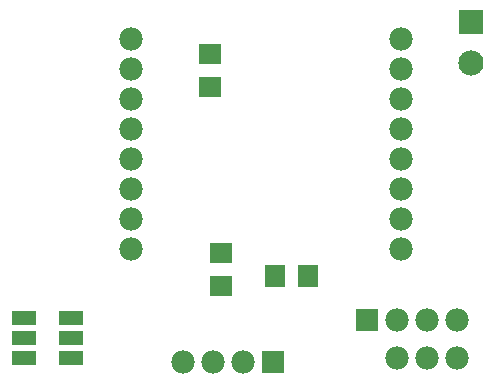
<source format=gbr>
G04 EAGLE Gerber X2 export*
%TF.Part,Single*%
%TF.FileFunction,Soldermask,Bot,1*%
%TF.FilePolarity,Negative*%
%TF.GenerationSoftware,Autodesk,EAGLE,8.6.0*%
%TF.CreationDate,2018-11-20T04:50:41Z*%
G75*
%MOMM*%
%FSLAX34Y34*%
%LPD*%
%AMOC8*
5,1,8,0,0,1.08239X$1,22.5*%
G01*
%ADD10R,1.981200X1.981200*%
%ADD11C,1.981200*%
%ADD12R,1.901600X1.701600*%
%ADD13R,1.701600X1.901600*%
%ADD14R,2.101600X1.201600*%
%ADD15R,2.133600X2.133600*%
%ADD16C,2.133600*%


D10*
X324358Y52832D03*
D11*
X349758Y52832D03*
X375158Y52832D03*
X400558Y52832D03*
D12*
X200711Y81758D03*
X200711Y109758D03*
D13*
X274909Y90373D03*
X246909Y90373D03*
D10*
X244856Y17018D03*
D11*
X219456Y17018D03*
X194056Y17018D03*
X168656Y17018D03*
D12*
X192024Y277906D03*
X192024Y249906D03*
D11*
X124714Y113030D03*
X124714Y138430D03*
X124714Y163830D03*
X124714Y189230D03*
X124714Y214630D03*
X124714Y240030D03*
X124714Y265430D03*
X124714Y290830D03*
X353314Y290830D03*
X353314Y265430D03*
X353314Y240030D03*
X353314Y214630D03*
X353314Y189230D03*
X353314Y163830D03*
X353314Y138430D03*
X353314Y113030D03*
D14*
X34356Y20338D03*
X34356Y37338D03*
X34356Y54338D03*
X74356Y54338D03*
X74356Y37338D03*
X74356Y20338D03*
D11*
X400558Y20574D03*
X375158Y20574D03*
X349758Y20574D03*
D15*
X412242Y305054D03*
D16*
X412242Y270054D03*
M02*

</source>
